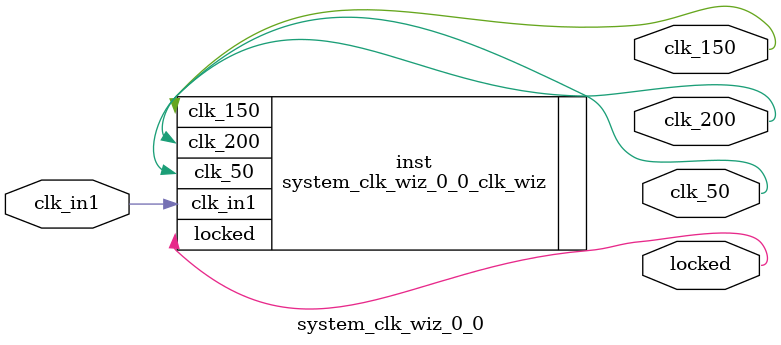
<source format=v>


`timescale 1ps/1ps

(* CORE_GENERATION_INFO = "system_clk_wiz_0_0,clk_wiz_v6_0_12_0_0,{component_name=system_clk_wiz_0_0,use_phase_alignment=false,use_min_o_jitter=false,use_max_i_jitter=false,use_dyn_phase_shift=false,use_inclk_switchover=false,use_dyn_reconfig=false,enable_axi=0,feedback_source=FDBK_AUTO,PRIMITIVE=MMCM,num_out_clk=3,clkin1_period=10.0,clkin2_period=10.0,use_power_down=false,use_reset=false,use_locked=true,use_inclk_stopped=false,feedback_type=SINGLE,CLOCK_MGR_TYPE=NA,manual_override=false}" *)

module system_clk_wiz_0_0 
 (
  // Clock out ports
  output        clk_50,
  output        clk_150,
  output        clk_200,
  // Status and control signals
  output        locked,
 // Clock in ports
  input         clk_in1
 );

  system_clk_wiz_0_0_clk_wiz inst
  (
  // Clock out ports  
  .clk_50(clk_50),
  .clk_150(clk_150),
  .clk_200(clk_200),
  // Status and control signals               
  .locked(locked),
 // Clock in ports
  .clk_in1(clk_in1)
  );

endmodule

</source>
